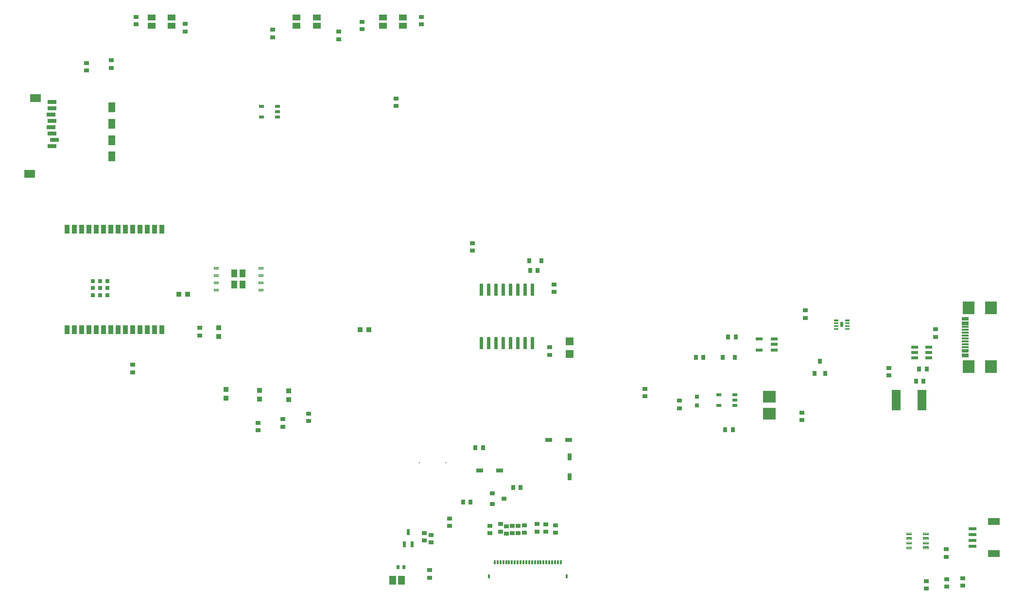
<source format=gbr>
G04 EAGLE Gerber RS-274X export*
G75*
%MOMM*%
%FSLAX34Y34*%
%LPD*%
%INSolderpaste Top*%
%IPPOS*%
%AMOC8*
5,1,8,0,0,1.08239X$1,22.5*%
G01*
G04 Define Apertures*
%ADD10R,0.900000X0.700000*%
%ADD11R,2.200000X2.000000*%
%ADD12R,0.700000X0.900000*%
%ADD13R,1.400000X1.400000*%
%ADD14R,0.800000X0.800000*%
%ADD15R,1.150000X0.800000*%
%ADD16R,0.800000X0.900000*%
%ADD17R,1.200000X0.600000*%
%ADD18R,0.800000X1.150000*%
%ADD19R,0.970000X0.940000*%
%ADD20R,0.940000X0.970000*%
%ADD21R,0.900000X0.600000*%
%ADD22R,1.200000X1.800000*%
%ADD23R,1.900000X1.400000*%
%ADD24R,1.500000X0.700000*%
%ADD25R,2.000000X1.200000*%
%ADD26R,1.350000X0.600000*%
%ADD27R,0.300000X0.800000*%
%ADD28R,0.400000X0.800000*%
%ADD29R,1.150000X0.300000*%
%ADD30R,2.000000X2.180000*%
%ADD31R,0.127000X0.127000*%
%ADD32R,1.200000X0.550000*%
%ADD33R,0.900000X0.800000*%
%ADD34R,0.500000X1.050000*%
%ADD35R,1.500000X3.600000*%
%ADD36R,0.535100X0.644000*%
%ADD37R,1.168400X1.600200*%
%ADD38R,1.400000X1.050000*%
%ADD39R,0.560000X0.820000*%
%ADD40C,0.067500*%
%ADD41R,1.010000X1.460000*%
%ADD42C,0.110000*%
%ADD43R,0.900000X1.500000*%
%ADD44C,0.125000*%
%ADD45C,0.147500*%
D10*
X1670406Y107087D03*
X1670406Y120087D03*
X956764Y202892D03*
X956764Y215892D03*
X772577Y196970D03*
X772577Y183970D03*
X934594Y201059D03*
X934594Y214059D03*
X924324Y200034D03*
X924324Y213034D03*
X914054Y200153D03*
X914054Y213153D03*
X903784Y199068D03*
X903784Y212068D03*
X893514Y202898D03*
X893514Y215898D03*
X874610Y200230D03*
X874610Y213230D03*
D11*
X1361767Y408088D03*
X1361767Y438088D03*
D12*
X1617079Y464898D03*
X1630079Y464898D03*
X1302931Y541922D03*
X1289931Y541922D03*
X1233861Y507010D03*
X1246861Y507010D03*
D10*
X1418092Y410292D03*
X1418092Y397292D03*
X1699019Y108861D03*
X1699019Y121861D03*
X1569514Y475111D03*
X1569514Y488111D03*
X496423Y1064985D03*
X496423Y1077985D03*
X755557Y1100367D03*
X755557Y1087367D03*
X344135Y1088180D03*
X344135Y1075180D03*
X651915Y1078751D03*
X651915Y1091751D03*
X1204703Y431075D03*
X1204703Y418075D03*
X979032Y524183D03*
X979032Y511183D03*
D12*
X849600Y349199D03*
X862600Y349199D03*
D13*
X1013684Y512958D03*
X1013684Y534958D03*
D10*
X972107Y202618D03*
X972107Y215618D03*
D12*
X828129Y254530D03*
X841129Y254530D03*
D10*
X989228Y201092D03*
X989228Y214092D03*
X172299Y1019979D03*
X172299Y1006979D03*
D14*
X1235624Y438009D03*
X1235624Y423009D03*
D15*
X892061Y309348D03*
X857061Y309348D03*
D16*
X964720Y675538D03*
X943720Y675538D03*
X1280269Y506574D03*
X1301269Y506574D03*
D17*
X1639462Y505658D03*
X1639462Y515158D03*
X1639462Y524658D03*
X1614462Y524658D03*
X1614462Y515158D03*
X1614462Y505658D03*
D18*
X1013830Y333183D03*
X1013830Y298183D03*
D15*
X976959Y363134D03*
X1011959Y363134D03*
D19*
X649030Y555215D03*
X664030Y555215D03*
X333292Y617163D03*
X348292Y617163D03*
D20*
X402683Y543396D03*
X402683Y558396D03*
X473183Y433812D03*
X473183Y448812D03*
X524679Y432883D03*
X524679Y447883D03*
X414660Y435892D03*
X414660Y450892D03*
D21*
X1301919Y422718D03*
X1301919Y432218D03*
X1301919Y441718D03*
X1273919Y441718D03*
X1273919Y422718D03*
X505034Y925533D03*
X505034Y935033D03*
X505034Y944533D03*
X477034Y944533D03*
X477034Y925533D03*
D22*
X215849Y857037D03*
X215849Y914037D03*
D23*
X73349Y827037D03*
X83349Y958537D03*
D24*
X111849Y875037D03*
X115849Y886037D03*
X111849Y897037D03*
X109849Y908037D03*
X111849Y919037D03*
X109849Y930037D03*
X111849Y941037D03*
X111849Y952037D03*
D22*
X215849Y885537D03*
X215849Y942537D03*
D25*
X1752719Y164724D03*
X1752719Y220724D03*
D26*
X1715969Y177724D03*
X1715969Y187724D03*
X1715969Y197724D03*
X1715969Y207724D03*
D27*
X998245Y149482D03*
X993245Y149482D03*
X988245Y149482D03*
X983245Y149482D03*
X978245Y149482D03*
X973245Y149482D03*
X968245Y149482D03*
X963245Y149482D03*
X958245Y149482D03*
X953245Y149482D03*
X948245Y149482D03*
X943245Y149482D03*
X938245Y149482D03*
X933245Y149482D03*
X928245Y149482D03*
X923245Y149482D03*
X918245Y149482D03*
X913245Y149482D03*
X908245Y149482D03*
X903245Y149482D03*
X898245Y149482D03*
X893245Y149482D03*
X888245Y149482D03*
X883245Y149482D03*
D28*
X1008245Y124482D03*
X873245Y124482D03*
D29*
X1702812Y508597D03*
X1702812Y516597D03*
X1702812Y529597D03*
X1702812Y539597D03*
X1702812Y544597D03*
X1702812Y554597D03*
X1702812Y567597D03*
X1702812Y575597D03*
X1702812Y572597D03*
X1702812Y564597D03*
X1702812Y559597D03*
X1702812Y549597D03*
X1702812Y534597D03*
X1702812Y524597D03*
X1702812Y519597D03*
X1702812Y511597D03*
D30*
X1747862Y490997D03*
X1747862Y593197D03*
X1708562Y490997D03*
X1708562Y593197D03*
D31*
X798168Y322574D03*
X752448Y322574D03*
D32*
X1369891Y519676D03*
X1369891Y529176D03*
X1369891Y538676D03*
X1343889Y538676D03*
X1343889Y519676D03*
D33*
X878771Y269672D03*
X878771Y250672D03*
X899771Y260172D03*
D34*
X725964Y180803D03*
X738964Y180803D03*
X732464Y201803D03*
D16*
X1440172Y479121D03*
X1459172Y479121D03*
X1449672Y500121D03*
D10*
X252314Y493603D03*
X252314Y480603D03*
X215259Y1011637D03*
X215259Y1024637D03*
X769522Y122495D03*
X769522Y135495D03*
X369764Y558151D03*
X369764Y545151D03*
X986394Y633706D03*
X986394Y620706D03*
D12*
X957971Y657902D03*
X944971Y657902D03*
D10*
X844479Y693039D03*
X844479Y706039D03*
D12*
X1622677Y485982D03*
X1635677Y485982D03*
D10*
X1651557Y542635D03*
X1651557Y555635D03*
D35*
X1627588Y432310D03*
X1582588Y432310D03*
D10*
X611114Y1074562D03*
X611114Y1061562D03*
D12*
X1284840Y380398D03*
X1297840Y380398D03*
D10*
X1424382Y588503D03*
X1424382Y575503D03*
D36*
X725045Y141020D03*
X714895Y141020D03*
D10*
X711200Y957860D03*
X711200Y944860D03*
X258356Y1100254D03*
X258356Y1087254D03*
X1144532Y451667D03*
X1144532Y438667D03*
X1669848Y159022D03*
X1669848Y172022D03*
X1634709Y103507D03*
X1634709Y116507D03*
X804467Y212555D03*
X804467Y225555D03*
X760277Y200503D03*
X760277Y187503D03*
X471364Y379673D03*
X471364Y392673D03*
X559148Y408440D03*
X559148Y395440D03*
X514017Y398896D03*
X514017Y385896D03*
D12*
X915247Y279994D03*
X928247Y279994D03*
D37*
X720297Y117713D03*
X705057Y117713D03*
D38*
X723214Y1099678D03*
X688214Y1099678D03*
X688214Y1084678D03*
X723214Y1084678D03*
X573198Y1099577D03*
X538198Y1099577D03*
X538198Y1084577D03*
X573198Y1084577D03*
X320563Y1099542D03*
X285563Y1099542D03*
X285563Y1084542D03*
X320563Y1084542D03*
D39*
X1487401Y564094D03*
D40*
X1481014Y570581D02*
X1474088Y570581D01*
X1474088Y572607D01*
X1481014Y572607D01*
X1481014Y570581D01*
X1481014Y571222D02*
X1474088Y571222D01*
X1474088Y571863D02*
X1481014Y571863D01*
X1481014Y572504D02*
X1474088Y572504D01*
X1474088Y565581D02*
X1481014Y565581D01*
X1474088Y565581D02*
X1474088Y567607D01*
X1481014Y567607D01*
X1481014Y565581D01*
X1481014Y566222D02*
X1474088Y566222D01*
X1474088Y566863D02*
X1481014Y566863D01*
X1481014Y567504D02*
X1474088Y567504D01*
X1474088Y560581D02*
X1481014Y560581D01*
X1474088Y560581D02*
X1474088Y562607D01*
X1481014Y562607D01*
X1481014Y560581D01*
X1481014Y561222D02*
X1474088Y561222D01*
X1474088Y561863D02*
X1481014Y561863D01*
X1481014Y562504D02*
X1474088Y562504D01*
X1474088Y555581D02*
X1481014Y555581D01*
X1474088Y555581D02*
X1474088Y557607D01*
X1481014Y557607D01*
X1481014Y555581D01*
X1481014Y556222D02*
X1474088Y556222D01*
X1474088Y556863D02*
X1481014Y556863D01*
X1481014Y557504D02*
X1474088Y557504D01*
X1493788Y555581D02*
X1500714Y555581D01*
X1493788Y555581D02*
X1493788Y557607D01*
X1500714Y557607D01*
X1500714Y555581D01*
X1500714Y556222D02*
X1493788Y556222D01*
X1493788Y556863D02*
X1500714Y556863D01*
X1500714Y557504D02*
X1493788Y557504D01*
X1493788Y560581D02*
X1500714Y560581D01*
X1493788Y560581D02*
X1493788Y562607D01*
X1500714Y562607D01*
X1500714Y560581D01*
X1500714Y561222D02*
X1493788Y561222D01*
X1493788Y561863D02*
X1500714Y561863D01*
X1500714Y562504D02*
X1493788Y562504D01*
X1493788Y565581D02*
X1500714Y565581D01*
X1493788Y565581D02*
X1493788Y567607D01*
X1500714Y567607D01*
X1500714Y565581D01*
X1500714Y566222D02*
X1493788Y566222D01*
X1493788Y566863D02*
X1500714Y566863D01*
X1500714Y567504D02*
X1493788Y567504D01*
X1493788Y570581D02*
X1500714Y570581D01*
X1493788Y570581D02*
X1493788Y572607D01*
X1500714Y572607D01*
X1500714Y570581D01*
X1500714Y571222D02*
X1493788Y571222D01*
X1493788Y571863D02*
X1500714Y571863D01*
X1500714Y572504D02*
X1493788Y572504D01*
D41*
X429322Y653120D03*
X444022Y653120D03*
X429322Y633920D03*
X444022Y633920D03*
D42*
X401872Y660920D02*
X393572Y660920D01*
X393572Y664220D01*
X401872Y664220D01*
X401872Y660920D01*
X401872Y661965D02*
X393572Y661965D01*
X393572Y663010D02*
X401872Y663010D01*
X401872Y664055D02*
X393572Y664055D01*
X393572Y648220D02*
X401872Y648220D01*
X393572Y648220D02*
X393572Y651520D01*
X401872Y651520D01*
X401872Y648220D01*
X401872Y649265D02*
X393572Y649265D01*
X393572Y650310D02*
X401872Y650310D01*
X401872Y651355D02*
X393572Y651355D01*
X393572Y635520D02*
X401872Y635520D01*
X393572Y635520D02*
X393572Y638820D01*
X401872Y638820D01*
X401872Y635520D01*
X401872Y636565D02*
X393572Y636565D01*
X393572Y637610D02*
X401872Y637610D01*
X401872Y638655D02*
X393572Y638655D01*
X393572Y622820D02*
X401872Y622820D01*
X393572Y622820D02*
X393572Y626120D01*
X401872Y626120D01*
X401872Y622820D01*
X401872Y623865D02*
X393572Y623865D01*
X393572Y624910D02*
X401872Y624910D01*
X401872Y625955D02*
X393572Y625955D01*
X471472Y622820D02*
X479772Y622820D01*
X471472Y622820D02*
X471472Y626120D01*
X479772Y626120D01*
X479772Y622820D01*
X479772Y623865D02*
X471472Y623865D01*
X471472Y624910D02*
X479772Y624910D01*
X479772Y625955D02*
X471472Y625955D01*
X471472Y635520D02*
X479772Y635520D01*
X471472Y635520D02*
X471472Y638820D01*
X479772Y638820D01*
X479772Y635520D01*
X479772Y636565D02*
X471472Y636565D01*
X471472Y637610D02*
X479772Y637610D01*
X479772Y638655D02*
X471472Y638655D01*
X471472Y648220D02*
X479772Y648220D01*
X471472Y648220D02*
X471472Y651520D01*
X479772Y651520D01*
X479772Y648220D01*
X479772Y649265D02*
X471472Y649265D01*
X471472Y650310D02*
X479772Y650310D01*
X479772Y651355D02*
X471472Y651355D01*
X471472Y660920D02*
X479772Y660920D01*
X471472Y660920D02*
X471472Y664220D01*
X479772Y664220D01*
X479772Y660920D01*
X479772Y661965D02*
X471472Y661965D01*
X471472Y663010D02*
X479772Y663010D01*
X479772Y664055D02*
X471472Y664055D01*
D43*
X138422Y554986D03*
X151122Y554986D03*
X163822Y554986D03*
X176522Y554986D03*
X189222Y554986D03*
X201922Y554986D03*
X214622Y554986D03*
X227322Y554986D03*
X240022Y554986D03*
X252722Y554986D03*
X265422Y554986D03*
X278122Y554986D03*
X290822Y554986D03*
X303522Y554986D03*
X303522Y729986D03*
X290822Y729986D03*
X278122Y729986D03*
X265422Y729986D03*
X252722Y729986D03*
X240022Y729986D03*
X227322Y729986D03*
X214622Y729986D03*
X201922Y729986D03*
X189222Y729986D03*
X176522Y729986D03*
X163822Y729986D03*
X151122Y729986D03*
X138422Y729986D03*
D14*
X195622Y627436D03*
X183122Y614936D03*
X183122Y627436D03*
X183122Y639936D03*
X195622Y614936D03*
X195622Y639936D03*
X208122Y614936D03*
X208122Y627436D03*
X208122Y639936D03*
D44*
X1629298Y197296D02*
X1638208Y197296D01*
X1629298Y197296D02*
X1629298Y201046D01*
X1638208Y201046D01*
X1638208Y197296D01*
X1638208Y198483D02*
X1629298Y198483D01*
X1629298Y199670D02*
X1638208Y199670D01*
X1638208Y200857D02*
X1629298Y200857D01*
X1629298Y189296D02*
X1638208Y189296D01*
X1629298Y189296D02*
X1629298Y193046D01*
X1638208Y193046D01*
X1638208Y189296D01*
X1638208Y190483D02*
X1629298Y190483D01*
X1629298Y191670D02*
X1638208Y191670D01*
X1638208Y192857D02*
X1629298Y192857D01*
X1629298Y181296D02*
X1638208Y181296D01*
X1629298Y181296D02*
X1629298Y185046D01*
X1638208Y185046D01*
X1638208Y181296D01*
X1638208Y182483D02*
X1629298Y182483D01*
X1629298Y183670D02*
X1638208Y183670D01*
X1638208Y184857D02*
X1629298Y184857D01*
X1629298Y173296D02*
X1638208Y173296D01*
X1629298Y173296D02*
X1629298Y177046D01*
X1638208Y177046D01*
X1638208Y173296D01*
X1638208Y174483D02*
X1629298Y174483D01*
X1629298Y175670D02*
X1638208Y175670D01*
X1638208Y176857D02*
X1629298Y176857D01*
X1609048Y173096D02*
X1600138Y173096D01*
X1600138Y176846D01*
X1609048Y176846D01*
X1609048Y173096D01*
X1609048Y174283D02*
X1600138Y174283D01*
X1600138Y175470D02*
X1609048Y175470D01*
X1609048Y176657D02*
X1600138Y176657D01*
X1600138Y181296D02*
X1609048Y181296D01*
X1600138Y181296D02*
X1600138Y185046D01*
X1609048Y185046D01*
X1609048Y181296D01*
X1609048Y182483D02*
X1600138Y182483D01*
X1600138Y183670D02*
X1609048Y183670D01*
X1609048Y184857D02*
X1600138Y184857D01*
X1600138Y189296D02*
X1609048Y189296D01*
X1600138Y189296D02*
X1600138Y193046D01*
X1609048Y193046D01*
X1609048Y189296D01*
X1609048Y190483D02*
X1600138Y190483D01*
X1600138Y191670D02*
X1609048Y191670D01*
X1609048Y192857D02*
X1600138Y192857D01*
X1600138Y197296D02*
X1609048Y197296D01*
X1600138Y197296D02*
X1600138Y201046D01*
X1609048Y201046D01*
X1609048Y197296D01*
X1609048Y198483D02*
X1600138Y198483D01*
X1600138Y199670D02*
X1609048Y199670D01*
X1609048Y200857D02*
X1600138Y200857D01*
D45*
X946602Y615293D02*
X946602Y634319D01*
X951028Y634319D01*
X951028Y615293D01*
X946602Y615293D01*
X946602Y616694D02*
X951028Y616694D01*
X951028Y618095D02*
X946602Y618095D01*
X946602Y619496D02*
X951028Y619496D01*
X951028Y620897D02*
X946602Y620897D01*
X946602Y622298D02*
X951028Y622298D01*
X951028Y623699D02*
X946602Y623699D01*
X946602Y625100D02*
X951028Y625100D01*
X951028Y626501D02*
X946602Y626501D01*
X946602Y627902D02*
X951028Y627902D01*
X951028Y629303D02*
X946602Y629303D01*
X946602Y630704D02*
X951028Y630704D01*
X951028Y632105D02*
X946602Y632105D01*
X946602Y633506D02*
X951028Y633506D01*
X933902Y634319D02*
X933902Y615293D01*
X933902Y634319D02*
X938328Y634319D01*
X938328Y615293D01*
X933902Y615293D01*
X933902Y616694D02*
X938328Y616694D01*
X938328Y618095D02*
X933902Y618095D01*
X933902Y619496D02*
X938328Y619496D01*
X938328Y620897D02*
X933902Y620897D01*
X933902Y622298D02*
X938328Y622298D01*
X938328Y623699D02*
X933902Y623699D01*
X933902Y625100D02*
X938328Y625100D01*
X938328Y626501D02*
X933902Y626501D01*
X933902Y627902D02*
X938328Y627902D01*
X938328Y629303D02*
X933902Y629303D01*
X933902Y630704D02*
X938328Y630704D01*
X938328Y632105D02*
X933902Y632105D01*
X933902Y633506D02*
X938328Y633506D01*
X921202Y634319D02*
X921202Y615293D01*
X921202Y634319D02*
X925628Y634319D01*
X925628Y615293D01*
X921202Y615293D01*
X921202Y616694D02*
X925628Y616694D01*
X925628Y618095D02*
X921202Y618095D01*
X921202Y619496D02*
X925628Y619496D01*
X925628Y620897D02*
X921202Y620897D01*
X921202Y622298D02*
X925628Y622298D01*
X925628Y623699D02*
X921202Y623699D01*
X921202Y625100D02*
X925628Y625100D01*
X925628Y626501D02*
X921202Y626501D01*
X921202Y627902D02*
X925628Y627902D01*
X925628Y629303D02*
X921202Y629303D01*
X921202Y630704D02*
X925628Y630704D01*
X925628Y632105D02*
X921202Y632105D01*
X921202Y633506D02*
X925628Y633506D01*
X908502Y634319D02*
X908502Y615293D01*
X908502Y634319D02*
X912928Y634319D01*
X912928Y615293D01*
X908502Y615293D01*
X908502Y616694D02*
X912928Y616694D01*
X912928Y618095D02*
X908502Y618095D01*
X908502Y619496D02*
X912928Y619496D01*
X912928Y620897D02*
X908502Y620897D01*
X908502Y622298D02*
X912928Y622298D01*
X912928Y623699D02*
X908502Y623699D01*
X908502Y625100D02*
X912928Y625100D01*
X912928Y626501D02*
X908502Y626501D01*
X908502Y627902D02*
X912928Y627902D01*
X912928Y629303D02*
X908502Y629303D01*
X908502Y630704D02*
X912928Y630704D01*
X912928Y632105D02*
X908502Y632105D01*
X908502Y633506D02*
X912928Y633506D01*
X895802Y634319D02*
X895802Y615293D01*
X895802Y634319D02*
X900228Y634319D01*
X900228Y615293D01*
X895802Y615293D01*
X895802Y616694D02*
X900228Y616694D01*
X900228Y618095D02*
X895802Y618095D01*
X895802Y619496D02*
X900228Y619496D01*
X900228Y620897D02*
X895802Y620897D01*
X895802Y622298D02*
X900228Y622298D01*
X900228Y623699D02*
X895802Y623699D01*
X895802Y625100D02*
X900228Y625100D01*
X900228Y626501D02*
X895802Y626501D01*
X895802Y627902D02*
X900228Y627902D01*
X900228Y629303D02*
X895802Y629303D01*
X895802Y630704D02*
X900228Y630704D01*
X900228Y632105D02*
X895802Y632105D01*
X895802Y633506D02*
X900228Y633506D01*
X883102Y634319D02*
X883102Y615293D01*
X883102Y634319D02*
X887528Y634319D01*
X887528Y615293D01*
X883102Y615293D01*
X883102Y616694D02*
X887528Y616694D01*
X887528Y618095D02*
X883102Y618095D01*
X883102Y619496D02*
X887528Y619496D01*
X887528Y620897D02*
X883102Y620897D01*
X883102Y622298D02*
X887528Y622298D01*
X887528Y623699D02*
X883102Y623699D01*
X883102Y625100D02*
X887528Y625100D01*
X887528Y626501D02*
X883102Y626501D01*
X883102Y627902D02*
X887528Y627902D01*
X887528Y629303D02*
X883102Y629303D01*
X883102Y630704D02*
X887528Y630704D01*
X887528Y632105D02*
X883102Y632105D01*
X883102Y633506D02*
X887528Y633506D01*
X870402Y634319D02*
X870402Y615293D01*
X870402Y634319D02*
X874828Y634319D01*
X874828Y615293D01*
X870402Y615293D01*
X870402Y616694D02*
X874828Y616694D01*
X874828Y618095D02*
X870402Y618095D01*
X870402Y619496D02*
X874828Y619496D01*
X874828Y620897D02*
X870402Y620897D01*
X870402Y622298D02*
X874828Y622298D01*
X874828Y623699D02*
X870402Y623699D01*
X870402Y625100D02*
X874828Y625100D01*
X874828Y626501D02*
X870402Y626501D01*
X870402Y627902D02*
X874828Y627902D01*
X874828Y629303D02*
X870402Y629303D01*
X870402Y630704D02*
X874828Y630704D01*
X874828Y632105D02*
X870402Y632105D01*
X870402Y633506D02*
X874828Y633506D01*
X857702Y634319D02*
X857702Y615293D01*
X857702Y634319D02*
X862128Y634319D01*
X862128Y615293D01*
X857702Y615293D01*
X857702Y616694D02*
X862128Y616694D01*
X862128Y618095D02*
X857702Y618095D01*
X857702Y619496D02*
X862128Y619496D01*
X862128Y620897D02*
X857702Y620897D01*
X857702Y622298D02*
X862128Y622298D01*
X862128Y623699D02*
X857702Y623699D01*
X857702Y625100D02*
X862128Y625100D01*
X862128Y626501D02*
X857702Y626501D01*
X857702Y627902D02*
X862128Y627902D01*
X862128Y629303D02*
X857702Y629303D01*
X857702Y630704D02*
X862128Y630704D01*
X862128Y632105D02*
X857702Y632105D01*
X857702Y633506D02*
X862128Y633506D01*
X857702Y541219D02*
X857702Y522193D01*
X857702Y541219D02*
X862128Y541219D01*
X862128Y522193D01*
X857702Y522193D01*
X857702Y523594D02*
X862128Y523594D01*
X862128Y524995D02*
X857702Y524995D01*
X857702Y526396D02*
X862128Y526396D01*
X862128Y527797D02*
X857702Y527797D01*
X857702Y529198D02*
X862128Y529198D01*
X862128Y530599D02*
X857702Y530599D01*
X857702Y532000D02*
X862128Y532000D01*
X862128Y533401D02*
X857702Y533401D01*
X857702Y534802D02*
X862128Y534802D01*
X862128Y536203D02*
X857702Y536203D01*
X857702Y537604D02*
X862128Y537604D01*
X862128Y539005D02*
X857702Y539005D01*
X857702Y540406D02*
X862128Y540406D01*
X870402Y541219D02*
X870402Y522193D01*
X870402Y541219D02*
X874828Y541219D01*
X874828Y522193D01*
X870402Y522193D01*
X870402Y523594D02*
X874828Y523594D01*
X874828Y524995D02*
X870402Y524995D01*
X870402Y526396D02*
X874828Y526396D01*
X874828Y527797D02*
X870402Y527797D01*
X870402Y529198D02*
X874828Y529198D01*
X874828Y530599D02*
X870402Y530599D01*
X870402Y532000D02*
X874828Y532000D01*
X874828Y533401D02*
X870402Y533401D01*
X870402Y534802D02*
X874828Y534802D01*
X874828Y536203D02*
X870402Y536203D01*
X870402Y537604D02*
X874828Y537604D01*
X874828Y539005D02*
X870402Y539005D01*
X870402Y540406D02*
X874828Y540406D01*
X883102Y541219D02*
X883102Y522193D01*
X883102Y541219D02*
X887528Y541219D01*
X887528Y522193D01*
X883102Y522193D01*
X883102Y523594D02*
X887528Y523594D01*
X887528Y524995D02*
X883102Y524995D01*
X883102Y526396D02*
X887528Y526396D01*
X887528Y527797D02*
X883102Y527797D01*
X883102Y529198D02*
X887528Y529198D01*
X887528Y530599D02*
X883102Y530599D01*
X883102Y532000D02*
X887528Y532000D01*
X887528Y533401D02*
X883102Y533401D01*
X883102Y534802D02*
X887528Y534802D01*
X887528Y536203D02*
X883102Y536203D01*
X883102Y537604D02*
X887528Y537604D01*
X887528Y539005D02*
X883102Y539005D01*
X883102Y540406D02*
X887528Y540406D01*
X895802Y541219D02*
X895802Y522193D01*
X895802Y541219D02*
X900228Y541219D01*
X900228Y522193D01*
X895802Y522193D01*
X895802Y523594D02*
X900228Y523594D01*
X900228Y524995D02*
X895802Y524995D01*
X895802Y526396D02*
X900228Y526396D01*
X900228Y527797D02*
X895802Y527797D01*
X895802Y529198D02*
X900228Y529198D01*
X900228Y530599D02*
X895802Y530599D01*
X895802Y532000D02*
X900228Y532000D01*
X900228Y533401D02*
X895802Y533401D01*
X895802Y534802D02*
X900228Y534802D01*
X900228Y536203D02*
X895802Y536203D01*
X895802Y537604D02*
X900228Y537604D01*
X900228Y539005D02*
X895802Y539005D01*
X895802Y540406D02*
X900228Y540406D01*
X908502Y541219D02*
X908502Y522193D01*
X908502Y541219D02*
X912928Y541219D01*
X912928Y522193D01*
X908502Y522193D01*
X908502Y523594D02*
X912928Y523594D01*
X912928Y524995D02*
X908502Y524995D01*
X908502Y526396D02*
X912928Y526396D01*
X912928Y527797D02*
X908502Y527797D01*
X908502Y529198D02*
X912928Y529198D01*
X912928Y530599D02*
X908502Y530599D01*
X908502Y532000D02*
X912928Y532000D01*
X912928Y533401D02*
X908502Y533401D01*
X908502Y534802D02*
X912928Y534802D01*
X912928Y536203D02*
X908502Y536203D01*
X908502Y537604D02*
X912928Y537604D01*
X912928Y539005D02*
X908502Y539005D01*
X908502Y540406D02*
X912928Y540406D01*
X921202Y541219D02*
X921202Y522193D01*
X921202Y541219D02*
X925628Y541219D01*
X925628Y522193D01*
X921202Y522193D01*
X921202Y523594D02*
X925628Y523594D01*
X925628Y524995D02*
X921202Y524995D01*
X921202Y526396D02*
X925628Y526396D01*
X925628Y527797D02*
X921202Y527797D01*
X921202Y529198D02*
X925628Y529198D01*
X925628Y530599D02*
X921202Y530599D01*
X921202Y532000D02*
X925628Y532000D01*
X925628Y533401D02*
X921202Y533401D01*
X921202Y534802D02*
X925628Y534802D01*
X925628Y536203D02*
X921202Y536203D01*
X921202Y537604D02*
X925628Y537604D01*
X925628Y539005D02*
X921202Y539005D01*
X921202Y540406D02*
X925628Y540406D01*
X933902Y541219D02*
X933902Y522193D01*
X933902Y541219D02*
X938328Y541219D01*
X938328Y522193D01*
X933902Y522193D01*
X933902Y523594D02*
X938328Y523594D01*
X938328Y524995D02*
X933902Y524995D01*
X933902Y526396D02*
X938328Y526396D01*
X938328Y527797D02*
X933902Y527797D01*
X933902Y529198D02*
X938328Y529198D01*
X938328Y530599D02*
X933902Y530599D01*
X933902Y532000D02*
X938328Y532000D01*
X938328Y533401D02*
X933902Y533401D01*
X933902Y534802D02*
X938328Y534802D01*
X938328Y536203D02*
X933902Y536203D01*
X933902Y537604D02*
X938328Y537604D01*
X938328Y539005D02*
X933902Y539005D01*
X933902Y540406D02*
X938328Y540406D01*
X946602Y541219D02*
X946602Y522193D01*
X946602Y541219D02*
X951028Y541219D01*
X951028Y522193D01*
X946602Y522193D01*
X946602Y523594D02*
X951028Y523594D01*
X951028Y524995D02*
X946602Y524995D01*
X946602Y526396D02*
X951028Y526396D01*
X951028Y527797D02*
X946602Y527797D01*
X946602Y529198D02*
X951028Y529198D01*
X951028Y530599D02*
X946602Y530599D01*
X946602Y532000D02*
X951028Y532000D01*
X951028Y533401D02*
X946602Y533401D01*
X946602Y534802D02*
X951028Y534802D01*
X951028Y536203D02*
X946602Y536203D01*
X946602Y537604D02*
X951028Y537604D01*
X951028Y539005D02*
X946602Y539005D01*
X946602Y540406D02*
X951028Y540406D01*
M02*

</source>
